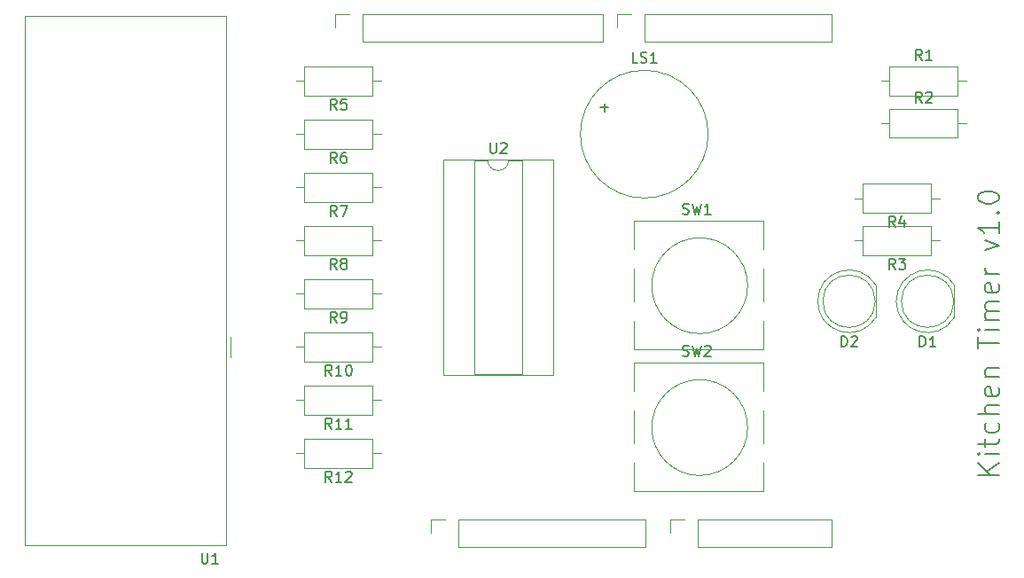
<source format=gbr>
%TF.GenerationSoftware,KiCad,Pcbnew,(7.0.0)*%
%TF.CreationDate,2023-03-30T13:35:50-06:00*%
%TF.ProjectId,Phase_A_UnoShield,50686173-655f-4415-9f55-6e6f53686965,rev?*%
%TF.SameCoordinates,Original*%
%TF.FileFunction,Legend,Top*%
%TF.FilePolarity,Positive*%
%FSLAX46Y46*%
G04 Gerber Fmt 4.6, Leading zero omitted, Abs format (unit mm)*
G04 Created by KiCad (PCBNEW (7.0.0)) date 2023-03-30 13:35:50*
%MOMM*%
%LPD*%
G01*
G04 APERTURE LIST*
%ADD10C,0.150000*%
%ADD11C,0.120000*%
G04 APERTURE END LIST*
D10*
X180844761Y-91903809D02*
X178844761Y-91903809D01*
X180844761Y-90760952D02*
X179701904Y-91618095D01*
X178844761Y-90760952D02*
X179987619Y-91903809D01*
X180844761Y-89903809D02*
X179511428Y-89903809D01*
X178844761Y-89903809D02*
X178940000Y-89999047D01*
X178940000Y-89999047D02*
X179035238Y-89903809D01*
X179035238Y-89903809D02*
X178940000Y-89808571D01*
X178940000Y-89808571D02*
X178844761Y-89903809D01*
X178844761Y-89903809D02*
X179035238Y-89903809D01*
X179511428Y-89237142D02*
X179511428Y-88475238D01*
X178844761Y-88951428D02*
X180559047Y-88951428D01*
X180559047Y-88951428D02*
X180749523Y-88856190D01*
X180749523Y-88856190D02*
X180844761Y-88665714D01*
X180844761Y-88665714D02*
X180844761Y-88475238D01*
X180749523Y-86951428D02*
X180844761Y-87141904D01*
X180844761Y-87141904D02*
X180844761Y-87522857D01*
X180844761Y-87522857D02*
X180749523Y-87713333D01*
X180749523Y-87713333D02*
X180654285Y-87808571D01*
X180654285Y-87808571D02*
X180463809Y-87903809D01*
X180463809Y-87903809D02*
X179892380Y-87903809D01*
X179892380Y-87903809D02*
X179701904Y-87808571D01*
X179701904Y-87808571D02*
X179606666Y-87713333D01*
X179606666Y-87713333D02*
X179511428Y-87522857D01*
X179511428Y-87522857D02*
X179511428Y-87141904D01*
X179511428Y-87141904D02*
X179606666Y-86951428D01*
X180844761Y-86094285D02*
X178844761Y-86094285D01*
X180844761Y-85237142D02*
X179797142Y-85237142D01*
X179797142Y-85237142D02*
X179606666Y-85332380D01*
X179606666Y-85332380D02*
X179511428Y-85522856D01*
X179511428Y-85522856D02*
X179511428Y-85808571D01*
X179511428Y-85808571D02*
X179606666Y-85999047D01*
X179606666Y-85999047D02*
X179701904Y-86094285D01*
X180749523Y-83522856D02*
X180844761Y-83713332D01*
X180844761Y-83713332D02*
X180844761Y-84094285D01*
X180844761Y-84094285D02*
X180749523Y-84284761D01*
X180749523Y-84284761D02*
X180559047Y-84379999D01*
X180559047Y-84379999D02*
X179797142Y-84379999D01*
X179797142Y-84379999D02*
X179606666Y-84284761D01*
X179606666Y-84284761D02*
X179511428Y-84094285D01*
X179511428Y-84094285D02*
X179511428Y-83713332D01*
X179511428Y-83713332D02*
X179606666Y-83522856D01*
X179606666Y-83522856D02*
X179797142Y-83427618D01*
X179797142Y-83427618D02*
X179987619Y-83427618D01*
X179987619Y-83427618D02*
X180178095Y-84379999D01*
X179511428Y-82570475D02*
X180844761Y-82570475D01*
X179701904Y-82570475D02*
X179606666Y-82475237D01*
X179606666Y-82475237D02*
X179511428Y-82284761D01*
X179511428Y-82284761D02*
X179511428Y-81999046D01*
X179511428Y-81999046D02*
X179606666Y-81808570D01*
X179606666Y-81808570D02*
X179797142Y-81713332D01*
X179797142Y-81713332D02*
X180844761Y-81713332D01*
X178844761Y-79846665D02*
X178844761Y-78703808D01*
X180844761Y-79275237D02*
X178844761Y-79275237D01*
X180844761Y-78037141D02*
X179511428Y-78037141D01*
X178844761Y-78037141D02*
X178940000Y-78132379D01*
X178940000Y-78132379D02*
X179035238Y-78037141D01*
X179035238Y-78037141D02*
X178940000Y-77941903D01*
X178940000Y-77941903D02*
X178844761Y-78037141D01*
X178844761Y-78037141D02*
X179035238Y-78037141D01*
X180844761Y-77084760D02*
X179511428Y-77084760D01*
X179701904Y-77084760D02*
X179606666Y-76989522D01*
X179606666Y-76989522D02*
X179511428Y-76799046D01*
X179511428Y-76799046D02*
X179511428Y-76513331D01*
X179511428Y-76513331D02*
X179606666Y-76322855D01*
X179606666Y-76322855D02*
X179797142Y-76227617D01*
X179797142Y-76227617D02*
X180844761Y-76227617D01*
X179797142Y-76227617D02*
X179606666Y-76132379D01*
X179606666Y-76132379D02*
X179511428Y-75941903D01*
X179511428Y-75941903D02*
X179511428Y-75656189D01*
X179511428Y-75656189D02*
X179606666Y-75465712D01*
X179606666Y-75465712D02*
X179797142Y-75370474D01*
X179797142Y-75370474D02*
X180844761Y-75370474D01*
X180749523Y-73656188D02*
X180844761Y-73846664D01*
X180844761Y-73846664D02*
X180844761Y-74227617D01*
X180844761Y-74227617D02*
X180749523Y-74418093D01*
X180749523Y-74418093D02*
X180559047Y-74513331D01*
X180559047Y-74513331D02*
X179797142Y-74513331D01*
X179797142Y-74513331D02*
X179606666Y-74418093D01*
X179606666Y-74418093D02*
X179511428Y-74227617D01*
X179511428Y-74227617D02*
X179511428Y-73846664D01*
X179511428Y-73846664D02*
X179606666Y-73656188D01*
X179606666Y-73656188D02*
X179797142Y-73560950D01*
X179797142Y-73560950D02*
X179987619Y-73560950D01*
X179987619Y-73560950D02*
X180178095Y-74513331D01*
X180844761Y-72703807D02*
X179511428Y-72703807D01*
X179892380Y-72703807D02*
X179701904Y-72608569D01*
X179701904Y-72608569D02*
X179606666Y-72513331D01*
X179606666Y-72513331D02*
X179511428Y-72322855D01*
X179511428Y-72322855D02*
X179511428Y-72132378D01*
X179511428Y-70456188D02*
X180844761Y-69979998D01*
X180844761Y-69979998D02*
X179511428Y-69503807D01*
X180844761Y-67694283D02*
X180844761Y-68837140D01*
X180844761Y-68265712D02*
X178844761Y-68265712D01*
X178844761Y-68265712D02*
X179130476Y-68456188D01*
X179130476Y-68456188D02*
X179320952Y-68646664D01*
X179320952Y-68646664D02*
X179416190Y-68837140D01*
X180654285Y-66837140D02*
X180749523Y-66741902D01*
X180749523Y-66741902D02*
X180844761Y-66837140D01*
X180844761Y-66837140D02*
X180749523Y-66932378D01*
X180749523Y-66932378D02*
X180654285Y-66837140D01*
X180654285Y-66837140D02*
X180844761Y-66837140D01*
X178844761Y-65503807D02*
X178844761Y-65313330D01*
X178844761Y-65313330D02*
X178940000Y-65122854D01*
X178940000Y-65122854D02*
X179035238Y-65027616D01*
X179035238Y-65027616D02*
X179225714Y-64932378D01*
X179225714Y-64932378D02*
X179606666Y-64837140D01*
X179606666Y-64837140D02*
X180082857Y-64837140D01*
X180082857Y-64837140D02*
X180463809Y-64932378D01*
X180463809Y-64932378D02*
X180654285Y-65027616D01*
X180654285Y-65027616D02*
X180749523Y-65122854D01*
X180749523Y-65122854D02*
X180844761Y-65313330D01*
X180844761Y-65313330D02*
X180844761Y-65503807D01*
X180844761Y-65503807D02*
X180749523Y-65694283D01*
X180749523Y-65694283D02*
X180654285Y-65789521D01*
X180654285Y-65789521D02*
X180463809Y-65884759D01*
X180463809Y-65884759D02*
X180082857Y-65979997D01*
X180082857Y-65979997D02*
X179606666Y-65979997D01*
X179606666Y-65979997D02*
X179225714Y-65884759D01*
X179225714Y-65884759D02*
X179035238Y-65789521D01*
X179035238Y-65789521D02*
X178940000Y-65694283D01*
X178940000Y-65694283D02*
X178844761Y-65503807D01*
%TO.C,D2*%
X165791905Y-79647380D02*
X165791905Y-78647380D01*
X165791905Y-78647380D02*
X166030000Y-78647380D01*
X166030000Y-78647380D02*
X166172857Y-78695000D01*
X166172857Y-78695000D02*
X166268095Y-78790238D01*
X166268095Y-78790238D02*
X166315714Y-78885476D01*
X166315714Y-78885476D02*
X166363333Y-79075952D01*
X166363333Y-79075952D02*
X166363333Y-79218809D01*
X166363333Y-79218809D02*
X166315714Y-79409285D01*
X166315714Y-79409285D02*
X166268095Y-79504523D01*
X166268095Y-79504523D02*
X166172857Y-79599761D01*
X166172857Y-79599761D02*
X166030000Y-79647380D01*
X166030000Y-79647380D02*
X165791905Y-79647380D01*
X166744286Y-78742619D02*
X166791905Y-78695000D01*
X166791905Y-78695000D02*
X166887143Y-78647380D01*
X166887143Y-78647380D02*
X167125238Y-78647380D01*
X167125238Y-78647380D02*
X167220476Y-78695000D01*
X167220476Y-78695000D02*
X167268095Y-78742619D01*
X167268095Y-78742619D02*
X167315714Y-78837857D01*
X167315714Y-78837857D02*
X167315714Y-78933095D01*
X167315714Y-78933095D02*
X167268095Y-79075952D01*
X167268095Y-79075952D02*
X166696667Y-79647380D01*
X166696667Y-79647380D02*
X167315714Y-79647380D01*
%TO.C,U2*%
X132268095Y-60197380D02*
X132268095Y-61006904D01*
X132268095Y-61006904D02*
X132315714Y-61102142D01*
X132315714Y-61102142D02*
X132363333Y-61149761D01*
X132363333Y-61149761D02*
X132458571Y-61197380D01*
X132458571Y-61197380D02*
X132649047Y-61197380D01*
X132649047Y-61197380D02*
X132744285Y-61149761D01*
X132744285Y-61149761D02*
X132791904Y-61102142D01*
X132791904Y-61102142D02*
X132839523Y-61006904D01*
X132839523Y-61006904D02*
X132839523Y-60197380D01*
X133268095Y-60292619D02*
X133315714Y-60245000D01*
X133315714Y-60245000D02*
X133410952Y-60197380D01*
X133410952Y-60197380D02*
X133649047Y-60197380D01*
X133649047Y-60197380D02*
X133744285Y-60245000D01*
X133744285Y-60245000D02*
X133791904Y-60292619D01*
X133791904Y-60292619D02*
X133839523Y-60387857D01*
X133839523Y-60387857D02*
X133839523Y-60483095D01*
X133839523Y-60483095D02*
X133791904Y-60625952D01*
X133791904Y-60625952D02*
X133220476Y-61197380D01*
X133220476Y-61197380D02*
X133839523Y-61197380D01*
%TO.C,R8*%
X117613333Y-72257380D02*
X117280000Y-71781190D01*
X117041905Y-72257380D02*
X117041905Y-71257380D01*
X117041905Y-71257380D02*
X117422857Y-71257380D01*
X117422857Y-71257380D02*
X117518095Y-71305000D01*
X117518095Y-71305000D02*
X117565714Y-71352619D01*
X117565714Y-71352619D02*
X117613333Y-71447857D01*
X117613333Y-71447857D02*
X117613333Y-71590714D01*
X117613333Y-71590714D02*
X117565714Y-71685952D01*
X117565714Y-71685952D02*
X117518095Y-71733571D01*
X117518095Y-71733571D02*
X117422857Y-71781190D01*
X117422857Y-71781190D02*
X117041905Y-71781190D01*
X118184762Y-71685952D02*
X118089524Y-71638333D01*
X118089524Y-71638333D02*
X118041905Y-71590714D01*
X118041905Y-71590714D02*
X117994286Y-71495476D01*
X117994286Y-71495476D02*
X117994286Y-71447857D01*
X117994286Y-71447857D02*
X118041905Y-71352619D01*
X118041905Y-71352619D02*
X118089524Y-71305000D01*
X118089524Y-71305000D02*
X118184762Y-71257380D01*
X118184762Y-71257380D02*
X118375238Y-71257380D01*
X118375238Y-71257380D02*
X118470476Y-71305000D01*
X118470476Y-71305000D02*
X118518095Y-71352619D01*
X118518095Y-71352619D02*
X118565714Y-71447857D01*
X118565714Y-71447857D02*
X118565714Y-71495476D01*
X118565714Y-71495476D02*
X118518095Y-71590714D01*
X118518095Y-71590714D02*
X118470476Y-71638333D01*
X118470476Y-71638333D02*
X118375238Y-71685952D01*
X118375238Y-71685952D02*
X118184762Y-71685952D01*
X118184762Y-71685952D02*
X118089524Y-71733571D01*
X118089524Y-71733571D02*
X118041905Y-71781190D01*
X118041905Y-71781190D02*
X117994286Y-71876428D01*
X117994286Y-71876428D02*
X117994286Y-72066904D01*
X117994286Y-72066904D02*
X118041905Y-72162142D01*
X118041905Y-72162142D02*
X118089524Y-72209761D01*
X118089524Y-72209761D02*
X118184762Y-72257380D01*
X118184762Y-72257380D02*
X118375238Y-72257380D01*
X118375238Y-72257380D02*
X118470476Y-72209761D01*
X118470476Y-72209761D02*
X118518095Y-72162142D01*
X118518095Y-72162142D02*
X118565714Y-72066904D01*
X118565714Y-72066904D02*
X118565714Y-71876428D01*
X118565714Y-71876428D02*
X118518095Y-71781190D01*
X118518095Y-71781190D02*
X118470476Y-71733571D01*
X118470476Y-71733571D02*
X118375238Y-71685952D01*
%TO.C,R5*%
X117613333Y-57017380D02*
X117280000Y-56541190D01*
X117041905Y-57017380D02*
X117041905Y-56017380D01*
X117041905Y-56017380D02*
X117422857Y-56017380D01*
X117422857Y-56017380D02*
X117518095Y-56065000D01*
X117518095Y-56065000D02*
X117565714Y-56112619D01*
X117565714Y-56112619D02*
X117613333Y-56207857D01*
X117613333Y-56207857D02*
X117613333Y-56350714D01*
X117613333Y-56350714D02*
X117565714Y-56445952D01*
X117565714Y-56445952D02*
X117518095Y-56493571D01*
X117518095Y-56493571D02*
X117422857Y-56541190D01*
X117422857Y-56541190D02*
X117041905Y-56541190D01*
X118518095Y-56017380D02*
X118041905Y-56017380D01*
X118041905Y-56017380D02*
X117994286Y-56493571D01*
X117994286Y-56493571D02*
X118041905Y-56445952D01*
X118041905Y-56445952D02*
X118137143Y-56398333D01*
X118137143Y-56398333D02*
X118375238Y-56398333D01*
X118375238Y-56398333D02*
X118470476Y-56445952D01*
X118470476Y-56445952D02*
X118518095Y-56493571D01*
X118518095Y-56493571D02*
X118565714Y-56588809D01*
X118565714Y-56588809D02*
X118565714Y-56826904D01*
X118565714Y-56826904D02*
X118518095Y-56922142D01*
X118518095Y-56922142D02*
X118470476Y-56969761D01*
X118470476Y-56969761D02*
X118375238Y-57017380D01*
X118375238Y-57017380D02*
X118137143Y-57017380D01*
X118137143Y-57017380D02*
X118041905Y-56969761D01*
X118041905Y-56969761D02*
X117994286Y-56922142D01*
%TO.C,D1*%
X173291905Y-79647380D02*
X173291905Y-78647380D01*
X173291905Y-78647380D02*
X173530000Y-78647380D01*
X173530000Y-78647380D02*
X173672857Y-78695000D01*
X173672857Y-78695000D02*
X173768095Y-78790238D01*
X173768095Y-78790238D02*
X173815714Y-78885476D01*
X173815714Y-78885476D02*
X173863333Y-79075952D01*
X173863333Y-79075952D02*
X173863333Y-79218809D01*
X173863333Y-79218809D02*
X173815714Y-79409285D01*
X173815714Y-79409285D02*
X173768095Y-79504523D01*
X173768095Y-79504523D02*
X173672857Y-79599761D01*
X173672857Y-79599761D02*
X173530000Y-79647380D01*
X173530000Y-79647380D02*
X173291905Y-79647380D01*
X174815714Y-79647380D02*
X174244286Y-79647380D01*
X174530000Y-79647380D02*
X174530000Y-78647380D01*
X174530000Y-78647380D02*
X174434762Y-78790238D01*
X174434762Y-78790238D02*
X174339524Y-78885476D01*
X174339524Y-78885476D02*
X174244286Y-78933095D01*
%TO.C,R1*%
X173493333Y-52277380D02*
X173160000Y-51801190D01*
X172921905Y-52277380D02*
X172921905Y-51277380D01*
X172921905Y-51277380D02*
X173302857Y-51277380D01*
X173302857Y-51277380D02*
X173398095Y-51325000D01*
X173398095Y-51325000D02*
X173445714Y-51372619D01*
X173445714Y-51372619D02*
X173493333Y-51467857D01*
X173493333Y-51467857D02*
X173493333Y-51610714D01*
X173493333Y-51610714D02*
X173445714Y-51705952D01*
X173445714Y-51705952D02*
X173398095Y-51753571D01*
X173398095Y-51753571D02*
X173302857Y-51801190D01*
X173302857Y-51801190D02*
X172921905Y-51801190D01*
X174445714Y-52277380D02*
X173874286Y-52277380D01*
X174160000Y-52277380D02*
X174160000Y-51277380D01*
X174160000Y-51277380D02*
X174064762Y-51420238D01*
X174064762Y-51420238D02*
X173969524Y-51515476D01*
X173969524Y-51515476D02*
X173874286Y-51563095D01*
%TO.C,LS1*%
X146337142Y-52527380D02*
X145860952Y-52527380D01*
X145860952Y-52527380D02*
X145860952Y-51527380D01*
X146622857Y-52479761D02*
X146765714Y-52527380D01*
X146765714Y-52527380D02*
X147003809Y-52527380D01*
X147003809Y-52527380D02*
X147099047Y-52479761D01*
X147099047Y-52479761D02*
X147146666Y-52432142D01*
X147146666Y-52432142D02*
X147194285Y-52336904D01*
X147194285Y-52336904D02*
X147194285Y-52241666D01*
X147194285Y-52241666D02*
X147146666Y-52146428D01*
X147146666Y-52146428D02*
X147099047Y-52098809D01*
X147099047Y-52098809D02*
X147003809Y-52051190D01*
X147003809Y-52051190D02*
X146813333Y-52003571D01*
X146813333Y-52003571D02*
X146718095Y-51955952D01*
X146718095Y-51955952D02*
X146670476Y-51908333D01*
X146670476Y-51908333D02*
X146622857Y-51813095D01*
X146622857Y-51813095D02*
X146622857Y-51717857D01*
X146622857Y-51717857D02*
X146670476Y-51622619D01*
X146670476Y-51622619D02*
X146718095Y-51575000D01*
X146718095Y-51575000D02*
X146813333Y-51527380D01*
X146813333Y-51527380D02*
X147051428Y-51527380D01*
X147051428Y-51527380D02*
X147194285Y-51575000D01*
X148146666Y-52527380D02*
X147575238Y-52527380D01*
X147860952Y-52527380D02*
X147860952Y-51527380D01*
X147860952Y-51527380D02*
X147765714Y-51670238D01*
X147765714Y-51670238D02*
X147670476Y-51765476D01*
X147670476Y-51765476D02*
X147575238Y-51813095D01*
X142789048Y-56806428D02*
X143550953Y-56806428D01*
X143170000Y-57187380D02*
X143170000Y-56425476D01*
%TO.C,R2*%
X173493333Y-56327380D02*
X173160000Y-55851190D01*
X172921905Y-56327380D02*
X172921905Y-55327380D01*
X172921905Y-55327380D02*
X173302857Y-55327380D01*
X173302857Y-55327380D02*
X173398095Y-55375000D01*
X173398095Y-55375000D02*
X173445714Y-55422619D01*
X173445714Y-55422619D02*
X173493333Y-55517857D01*
X173493333Y-55517857D02*
X173493333Y-55660714D01*
X173493333Y-55660714D02*
X173445714Y-55755952D01*
X173445714Y-55755952D02*
X173398095Y-55803571D01*
X173398095Y-55803571D02*
X173302857Y-55851190D01*
X173302857Y-55851190D02*
X172921905Y-55851190D01*
X173874286Y-55422619D02*
X173921905Y-55375000D01*
X173921905Y-55375000D02*
X174017143Y-55327380D01*
X174017143Y-55327380D02*
X174255238Y-55327380D01*
X174255238Y-55327380D02*
X174350476Y-55375000D01*
X174350476Y-55375000D02*
X174398095Y-55422619D01*
X174398095Y-55422619D02*
X174445714Y-55517857D01*
X174445714Y-55517857D02*
X174445714Y-55613095D01*
X174445714Y-55613095D02*
X174398095Y-55755952D01*
X174398095Y-55755952D02*
X173826667Y-56327380D01*
X173826667Y-56327380D02*
X174445714Y-56327380D01*
%TO.C,SW1*%
X150666667Y-66949761D02*
X150809524Y-66997380D01*
X150809524Y-66997380D02*
X151047619Y-66997380D01*
X151047619Y-66997380D02*
X151142857Y-66949761D01*
X151142857Y-66949761D02*
X151190476Y-66902142D01*
X151190476Y-66902142D02*
X151238095Y-66806904D01*
X151238095Y-66806904D02*
X151238095Y-66711666D01*
X151238095Y-66711666D02*
X151190476Y-66616428D01*
X151190476Y-66616428D02*
X151142857Y-66568809D01*
X151142857Y-66568809D02*
X151047619Y-66521190D01*
X151047619Y-66521190D02*
X150857143Y-66473571D01*
X150857143Y-66473571D02*
X150761905Y-66425952D01*
X150761905Y-66425952D02*
X150714286Y-66378333D01*
X150714286Y-66378333D02*
X150666667Y-66283095D01*
X150666667Y-66283095D02*
X150666667Y-66187857D01*
X150666667Y-66187857D02*
X150714286Y-66092619D01*
X150714286Y-66092619D02*
X150761905Y-66045000D01*
X150761905Y-66045000D02*
X150857143Y-65997380D01*
X150857143Y-65997380D02*
X151095238Y-65997380D01*
X151095238Y-65997380D02*
X151238095Y-66045000D01*
X151571429Y-65997380D02*
X151809524Y-66997380D01*
X151809524Y-66997380D02*
X152000000Y-66283095D01*
X152000000Y-66283095D02*
X152190476Y-66997380D01*
X152190476Y-66997380D02*
X152428572Y-65997380D01*
X153333333Y-66997380D02*
X152761905Y-66997380D01*
X153047619Y-66997380D02*
X153047619Y-65997380D01*
X153047619Y-65997380D02*
X152952381Y-66140238D01*
X152952381Y-66140238D02*
X152857143Y-66235476D01*
X152857143Y-66235476D02*
X152761905Y-66283095D01*
%TO.C,SW2*%
X150666667Y-80499761D02*
X150809524Y-80547380D01*
X150809524Y-80547380D02*
X151047619Y-80547380D01*
X151047619Y-80547380D02*
X151142857Y-80499761D01*
X151142857Y-80499761D02*
X151190476Y-80452142D01*
X151190476Y-80452142D02*
X151238095Y-80356904D01*
X151238095Y-80356904D02*
X151238095Y-80261666D01*
X151238095Y-80261666D02*
X151190476Y-80166428D01*
X151190476Y-80166428D02*
X151142857Y-80118809D01*
X151142857Y-80118809D02*
X151047619Y-80071190D01*
X151047619Y-80071190D02*
X150857143Y-80023571D01*
X150857143Y-80023571D02*
X150761905Y-79975952D01*
X150761905Y-79975952D02*
X150714286Y-79928333D01*
X150714286Y-79928333D02*
X150666667Y-79833095D01*
X150666667Y-79833095D02*
X150666667Y-79737857D01*
X150666667Y-79737857D02*
X150714286Y-79642619D01*
X150714286Y-79642619D02*
X150761905Y-79595000D01*
X150761905Y-79595000D02*
X150857143Y-79547380D01*
X150857143Y-79547380D02*
X151095238Y-79547380D01*
X151095238Y-79547380D02*
X151238095Y-79595000D01*
X151571429Y-79547380D02*
X151809524Y-80547380D01*
X151809524Y-80547380D02*
X152000000Y-79833095D01*
X152000000Y-79833095D02*
X152190476Y-80547380D01*
X152190476Y-80547380D02*
X152428572Y-79547380D01*
X152761905Y-79642619D02*
X152809524Y-79595000D01*
X152809524Y-79595000D02*
X152904762Y-79547380D01*
X152904762Y-79547380D02*
X153142857Y-79547380D01*
X153142857Y-79547380D02*
X153238095Y-79595000D01*
X153238095Y-79595000D02*
X153285714Y-79642619D01*
X153285714Y-79642619D02*
X153333333Y-79737857D01*
X153333333Y-79737857D02*
X153333333Y-79833095D01*
X153333333Y-79833095D02*
X153285714Y-79975952D01*
X153285714Y-79975952D02*
X152714286Y-80547380D01*
X152714286Y-80547380D02*
X153333333Y-80547380D01*
%TO.C,U1*%
X104718095Y-99357380D02*
X104718095Y-100166904D01*
X104718095Y-100166904D02*
X104765714Y-100262142D01*
X104765714Y-100262142D02*
X104813333Y-100309761D01*
X104813333Y-100309761D02*
X104908571Y-100357380D01*
X104908571Y-100357380D02*
X105099047Y-100357380D01*
X105099047Y-100357380D02*
X105194285Y-100309761D01*
X105194285Y-100309761D02*
X105241904Y-100262142D01*
X105241904Y-100262142D02*
X105289523Y-100166904D01*
X105289523Y-100166904D02*
X105289523Y-99357380D01*
X106289523Y-100357380D02*
X105718095Y-100357380D01*
X106003809Y-100357380D02*
X106003809Y-99357380D01*
X106003809Y-99357380D02*
X105908571Y-99500238D01*
X105908571Y-99500238D02*
X105813333Y-99595476D01*
X105813333Y-99595476D02*
X105718095Y-99643095D01*
%TO.C,R12*%
X117137142Y-92577380D02*
X116803809Y-92101190D01*
X116565714Y-92577380D02*
X116565714Y-91577380D01*
X116565714Y-91577380D02*
X116946666Y-91577380D01*
X116946666Y-91577380D02*
X117041904Y-91625000D01*
X117041904Y-91625000D02*
X117089523Y-91672619D01*
X117089523Y-91672619D02*
X117137142Y-91767857D01*
X117137142Y-91767857D02*
X117137142Y-91910714D01*
X117137142Y-91910714D02*
X117089523Y-92005952D01*
X117089523Y-92005952D02*
X117041904Y-92053571D01*
X117041904Y-92053571D02*
X116946666Y-92101190D01*
X116946666Y-92101190D02*
X116565714Y-92101190D01*
X118089523Y-92577380D02*
X117518095Y-92577380D01*
X117803809Y-92577380D02*
X117803809Y-91577380D01*
X117803809Y-91577380D02*
X117708571Y-91720238D01*
X117708571Y-91720238D02*
X117613333Y-91815476D01*
X117613333Y-91815476D02*
X117518095Y-91863095D01*
X118470476Y-91672619D02*
X118518095Y-91625000D01*
X118518095Y-91625000D02*
X118613333Y-91577380D01*
X118613333Y-91577380D02*
X118851428Y-91577380D01*
X118851428Y-91577380D02*
X118946666Y-91625000D01*
X118946666Y-91625000D02*
X118994285Y-91672619D01*
X118994285Y-91672619D02*
X119041904Y-91767857D01*
X119041904Y-91767857D02*
X119041904Y-91863095D01*
X119041904Y-91863095D02*
X118994285Y-92005952D01*
X118994285Y-92005952D02*
X118422857Y-92577380D01*
X118422857Y-92577380D02*
X119041904Y-92577380D01*
%TO.C,R10*%
X117137142Y-82417380D02*
X116803809Y-81941190D01*
X116565714Y-82417380D02*
X116565714Y-81417380D01*
X116565714Y-81417380D02*
X116946666Y-81417380D01*
X116946666Y-81417380D02*
X117041904Y-81465000D01*
X117041904Y-81465000D02*
X117089523Y-81512619D01*
X117089523Y-81512619D02*
X117137142Y-81607857D01*
X117137142Y-81607857D02*
X117137142Y-81750714D01*
X117137142Y-81750714D02*
X117089523Y-81845952D01*
X117089523Y-81845952D02*
X117041904Y-81893571D01*
X117041904Y-81893571D02*
X116946666Y-81941190D01*
X116946666Y-81941190D02*
X116565714Y-81941190D01*
X118089523Y-82417380D02*
X117518095Y-82417380D01*
X117803809Y-82417380D02*
X117803809Y-81417380D01*
X117803809Y-81417380D02*
X117708571Y-81560238D01*
X117708571Y-81560238D02*
X117613333Y-81655476D01*
X117613333Y-81655476D02*
X117518095Y-81703095D01*
X118708571Y-81417380D02*
X118803809Y-81417380D01*
X118803809Y-81417380D02*
X118899047Y-81465000D01*
X118899047Y-81465000D02*
X118946666Y-81512619D01*
X118946666Y-81512619D02*
X118994285Y-81607857D01*
X118994285Y-81607857D02*
X119041904Y-81798333D01*
X119041904Y-81798333D02*
X119041904Y-82036428D01*
X119041904Y-82036428D02*
X118994285Y-82226904D01*
X118994285Y-82226904D02*
X118946666Y-82322142D01*
X118946666Y-82322142D02*
X118899047Y-82369761D01*
X118899047Y-82369761D02*
X118803809Y-82417380D01*
X118803809Y-82417380D02*
X118708571Y-82417380D01*
X118708571Y-82417380D02*
X118613333Y-82369761D01*
X118613333Y-82369761D02*
X118565714Y-82322142D01*
X118565714Y-82322142D02*
X118518095Y-82226904D01*
X118518095Y-82226904D02*
X118470476Y-82036428D01*
X118470476Y-82036428D02*
X118470476Y-81798333D01*
X118470476Y-81798333D02*
X118518095Y-81607857D01*
X118518095Y-81607857D02*
X118565714Y-81512619D01*
X118565714Y-81512619D02*
X118613333Y-81465000D01*
X118613333Y-81465000D02*
X118708571Y-81417380D01*
%TO.C,R9*%
X117613333Y-77337380D02*
X117280000Y-76861190D01*
X117041905Y-77337380D02*
X117041905Y-76337380D01*
X117041905Y-76337380D02*
X117422857Y-76337380D01*
X117422857Y-76337380D02*
X117518095Y-76385000D01*
X117518095Y-76385000D02*
X117565714Y-76432619D01*
X117565714Y-76432619D02*
X117613333Y-76527857D01*
X117613333Y-76527857D02*
X117613333Y-76670714D01*
X117613333Y-76670714D02*
X117565714Y-76765952D01*
X117565714Y-76765952D02*
X117518095Y-76813571D01*
X117518095Y-76813571D02*
X117422857Y-76861190D01*
X117422857Y-76861190D02*
X117041905Y-76861190D01*
X118089524Y-77337380D02*
X118280000Y-77337380D01*
X118280000Y-77337380D02*
X118375238Y-77289761D01*
X118375238Y-77289761D02*
X118422857Y-77242142D01*
X118422857Y-77242142D02*
X118518095Y-77099285D01*
X118518095Y-77099285D02*
X118565714Y-76908809D01*
X118565714Y-76908809D02*
X118565714Y-76527857D01*
X118565714Y-76527857D02*
X118518095Y-76432619D01*
X118518095Y-76432619D02*
X118470476Y-76385000D01*
X118470476Y-76385000D02*
X118375238Y-76337380D01*
X118375238Y-76337380D02*
X118184762Y-76337380D01*
X118184762Y-76337380D02*
X118089524Y-76385000D01*
X118089524Y-76385000D02*
X118041905Y-76432619D01*
X118041905Y-76432619D02*
X117994286Y-76527857D01*
X117994286Y-76527857D02*
X117994286Y-76765952D01*
X117994286Y-76765952D02*
X118041905Y-76861190D01*
X118041905Y-76861190D02*
X118089524Y-76908809D01*
X118089524Y-76908809D02*
X118184762Y-76956428D01*
X118184762Y-76956428D02*
X118375238Y-76956428D01*
X118375238Y-76956428D02*
X118470476Y-76908809D01*
X118470476Y-76908809D02*
X118518095Y-76861190D01*
X118518095Y-76861190D02*
X118565714Y-76765952D01*
%TO.C,R6*%
X117613333Y-62097380D02*
X117280000Y-61621190D01*
X117041905Y-62097380D02*
X117041905Y-61097380D01*
X117041905Y-61097380D02*
X117422857Y-61097380D01*
X117422857Y-61097380D02*
X117518095Y-61145000D01*
X117518095Y-61145000D02*
X117565714Y-61192619D01*
X117565714Y-61192619D02*
X117613333Y-61287857D01*
X117613333Y-61287857D02*
X117613333Y-61430714D01*
X117613333Y-61430714D02*
X117565714Y-61525952D01*
X117565714Y-61525952D02*
X117518095Y-61573571D01*
X117518095Y-61573571D02*
X117422857Y-61621190D01*
X117422857Y-61621190D02*
X117041905Y-61621190D01*
X118470476Y-61097380D02*
X118280000Y-61097380D01*
X118280000Y-61097380D02*
X118184762Y-61145000D01*
X118184762Y-61145000D02*
X118137143Y-61192619D01*
X118137143Y-61192619D02*
X118041905Y-61335476D01*
X118041905Y-61335476D02*
X117994286Y-61525952D01*
X117994286Y-61525952D02*
X117994286Y-61906904D01*
X117994286Y-61906904D02*
X118041905Y-62002142D01*
X118041905Y-62002142D02*
X118089524Y-62049761D01*
X118089524Y-62049761D02*
X118184762Y-62097380D01*
X118184762Y-62097380D02*
X118375238Y-62097380D01*
X118375238Y-62097380D02*
X118470476Y-62049761D01*
X118470476Y-62049761D02*
X118518095Y-62002142D01*
X118518095Y-62002142D02*
X118565714Y-61906904D01*
X118565714Y-61906904D02*
X118565714Y-61668809D01*
X118565714Y-61668809D02*
X118518095Y-61573571D01*
X118518095Y-61573571D02*
X118470476Y-61525952D01*
X118470476Y-61525952D02*
X118375238Y-61478333D01*
X118375238Y-61478333D02*
X118184762Y-61478333D01*
X118184762Y-61478333D02*
X118089524Y-61525952D01*
X118089524Y-61525952D02*
X118041905Y-61573571D01*
X118041905Y-61573571D02*
X117994286Y-61668809D01*
%TO.C,R3*%
X170953333Y-72257380D02*
X170620000Y-71781190D01*
X170381905Y-72257380D02*
X170381905Y-71257380D01*
X170381905Y-71257380D02*
X170762857Y-71257380D01*
X170762857Y-71257380D02*
X170858095Y-71305000D01*
X170858095Y-71305000D02*
X170905714Y-71352619D01*
X170905714Y-71352619D02*
X170953333Y-71447857D01*
X170953333Y-71447857D02*
X170953333Y-71590714D01*
X170953333Y-71590714D02*
X170905714Y-71685952D01*
X170905714Y-71685952D02*
X170858095Y-71733571D01*
X170858095Y-71733571D02*
X170762857Y-71781190D01*
X170762857Y-71781190D02*
X170381905Y-71781190D01*
X171286667Y-71257380D02*
X171905714Y-71257380D01*
X171905714Y-71257380D02*
X171572381Y-71638333D01*
X171572381Y-71638333D02*
X171715238Y-71638333D01*
X171715238Y-71638333D02*
X171810476Y-71685952D01*
X171810476Y-71685952D02*
X171858095Y-71733571D01*
X171858095Y-71733571D02*
X171905714Y-71828809D01*
X171905714Y-71828809D02*
X171905714Y-72066904D01*
X171905714Y-72066904D02*
X171858095Y-72162142D01*
X171858095Y-72162142D02*
X171810476Y-72209761D01*
X171810476Y-72209761D02*
X171715238Y-72257380D01*
X171715238Y-72257380D02*
X171429524Y-72257380D01*
X171429524Y-72257380D02*
X171334286Y-72209761D01*
X171334286Y-72209761D02*
X171286667Y-72162142D01*
%TO.C,R7*%
X117613333Y-67177380D02*
X117280000Y-66701190D01*
X117041905Y-67177380D02*
X117041905Y-66177380D01*
X117041905Y-66177380D02*
X117422857Y-66177380D01*
X117422857Y-66177380D02*
X117518095Y-66225000D01*
X117518095Y-66225000D02*
X117565714Y-66272619D01*
X117565714Y-66272619D02*
X117613333Y-66367857D01*
X117613333Y-66367857D02*
X117613333Y-66510714D01*
X117613333Y-66510714D02*
X117565714Y-66605952D01*
X117565714Y-66605952D02*
X117518095Y-66653571D01*
X117518095Y-66653571D02*
X117422857Y-66701190D01*
X117422857Y-66701190D02*
X117041905Y-66701190D01*
X117946667Y-66177380D02*
X118613333Y-66177380D01*
X118613333Y-66177380D02*
X118184762Y-67177380D01*
%TO.C,R11*%
X117137142Y-87497380D02*
X116803809Y-87021190D01*
X116565714Y-87497380D02*
X116565714Y-86497380D01*
X116565714Y-86497380D02*
X116946666Y-86497380D01*
X116946666Y-86497380D02*
X117041904Y-86545000D01*
X117041904Y-86545000D02*
X117089523Y-86592619D01*
X117089523Y-86592619D02*
X117137142Y-86687857D01*
X117137142Y-86687857D02*
X117137142Y-86830714D01*
X117137142Y-86830714D02*
X117089523Y-86925952D01*
X117089523Y-86925952D02*
X117041904Y-86973571D01*
X117041904Y-86973571D02*
X116946666Y-87021190D01*
X116946666Y-87021190D02*
X116565714Y-87021190D01*
X118089523Y-87497380D02*
X117518095Y-87497380D01*
X117803809Y-87497380D02*
X117803809Y-86497380D01*
X117803809Y-86497380D02*
X117708571Y-86640238D01*
X117708571Y-86640238D02*
X117613333Y-86735476D01*
X117613333Y-86735476D02*
X117518095Y-86783095D01*
X119041904Y-87497380D02*
X118470476Y-87497380D01*
X118756190Y-87497380D02*
X118756190Y-86497380D01*
X118756190Y-86497380D02*
X118660952Y-86640238D01*
X118660952Y-86640238D02*
X118565714Y-86735476D01*
X118565714Y-86735476D02*
X118470476Y-86783095D01*
%TO.C,R4*%
X170953333Y-68207380D02*
X170620000Y-67731190D01*
X170381905Y-68207380D02*
X170381905Y-67207380D01*
X170381905Y-67207380D02*
X170762857Y-67207380D01*
X170762857Y-67207380D02*
X170858095Y-67255000D01*
X170858095Y-67255000D02*
X170905714Y-67302619D01*
X170905714Y-67302619D02*
X170953333Y-67397857D01*
X170953333Y-67397857D02*
X170953333Y-67540714D01*
X170953333Y-67540714D02*
X170905714Y-67635952D01*
X170905714Y-67635952D02*
X170858095Y-67683571D01*
X170858095Y-67683571D02*
X170762857Y-67731190D01*
X170762857Y-67731190D02*
X170381905Y-67731190D01*
X171810476Y-67540714D02*
X171810476Y-68207380D01*
X171572381Y-67159761D02*
X171334286Y-67874047D01*
X171334286Y-67874047D02*
X171953333Y-67874047D01*
D11*
%TO.C,J1*%
X129210000Y-98790000D02*
X147050000Y-98790000D01*
X129210000Y-98790000D02*
X129210000Y-96130000D01*
X147050000Y-98790000D02*
X147050000Y-96130000D01*
X126610000Y-97460000D02*
X126610000Y-96130000D01*
X126610000Y-96130000D02*
X127940000Y-96130000D01*
X129210000Y-96130000D02*
X147050000Y-96130000D01*
%TO.C,J3*%
X152070000Y-98790000D02*
X164830000Y-98790000D01*
X152070000Y-98790000D02*
X152070000Y-96130000D01*
X164830000Y-98790000D02*
X164830000Y-96130000D01*
X149470000Y-97460000D02*
X149470000Y-96130000D01*
X149470000Y-96130000D02*
X150800000Y-96130000D01*
X152070000Y-96130000D02*
X164830000Y-96130000D01*
%TO.C,J2*%
X120066000Y-50530000D02*
X142986000Y-50530000D01*
X120066000Y-50530000D02*
X120066000Y-47870000D01*
X142986000Y-50530000D02*
X142986000Y-47870000D01*
X117466000Y-49200000D02*
X117466000Y-47870000D01*
X117466000Y-47870000D02*
X118796000Y-47870000D01*
X120066000Y-47870000D02*
X142986000Y-47870000D01*
%TO.C,J4*%
X146990000Y-50530000D02*
X164830000Y-50530000D01*
X146990000Y-50530000D02*
X146990000Y-47870000D01*
X164830000Y-50530000D02*
X164830000Y-47870000D01*
X144390000Y-49200000D02*
X144390000Y-47870000D01*
X144390000Y-47870000D02*
X145720000Y-47870000D01*
X146990000Y-47870000D02*
X164830000Y-47870000D01*
%TO.C,D2*%
X169090000Y-76865000D02*
X169090000Y-73775000D01*
X163540001Y-75319538D02*
G75*
G03*
X169089999Y-76864830I2989999J-462D01*
G01*
X169090000Y-73775170D02*
G75*
G03*
X163540000Y-75320462I-2560000J-1544830D01*
G01*
X169030000Y-75320000D02*
G75*
G03*
X169030000Y-75320000I-2500000J0D01*
G01*
%TO.C,U2*%
X127780000Y-61770000D02*
X127780000Y-82330000D01*
X127780000Y-82330000D02*
X138280000Y-82330000D01*
X130780000Y-61830000D02*
X130780000Y-82270000D01*
X130780000Y-82270000D02*
X135280000Y-82270000D01*
X132030000Y-61830000D02*
X130780000Y-61830000D01*
X135280000Y-61830000D02*
X134030000Y-61830000D01*
X135280000Y-82270000D02*
X135280000Y-61830000D01*
X138280000Y-61770000D02*
X127780000Y-61770000D01*
X138280000Y-82330000D02*
X138280000Y-61770000D01*
X132030000Y-61830000D02*
G75*
G03*
X134030000Y-61830000I1000000J0D01*
G01*
%TO.C,R8*%
X121820000Y-69520000D02*
X121050000Y-69520000D01*
X121050000Y-70890000D02*
X121050000Y-68150000D01*
X121050000Y-68150000D02*
X114510000Y-68150000D01*
X114510000Y-70890000D02*
X121050000Y-70890000D01*
X114510000Y-68150000D02*
X114510000Y-70890000D01*
X113740000Y-69520000D02*
X114510000Y-69520000D01*
%TO.C,R5*%
X121820000Y-54280000D02*
X121050000Y-54280000D01*
X121050000Y-55650000D02*
X121050000Y-52910000D01*
X121050000Y-52910000D02*
X114510000Y-52910000D01*
X114510000Y-55650000D02*
X121050000Y-55650000D01*
X114510000Y-52910000D02*
X114510000Y-55650000D01*
X113740000Y-54280000D02*
X114510000Y-54280000D01*
%TO.C,D1*%
X176590000Y-76865000D02*
X176590000Y-73775000D01*
X171040001Y-75319538D02*
G75*
G03*
X176589999Y-76864830I2989999J-462D01*
G01*
X176590000Y-73775170D02*
G75*
G03*
X171040000Y-75320462I-2560000J-1544830D01*
G01*
X176530000Y-75320000D02*
G75*
G03*
X176530000Y-75320000I-2500000J0D01*
G01*
%TO.C,R1*%
X177700000Y-54280000D02*
X176930000Y-54280000D01*
X176930000Y-55650000D02*
X176930000Y-52910000D01*
X176930000Y-52910000D02*
X170390000Y-52910000D01*
X170390000Y-55650000D02*
X176930000Y-55650000D01*
X170390000Y-52910000D02*
X170390000Y-55650000D01*
X169620000Y-54280000D02*
X170390000Y-54280000D01*
%TO.C,LS1*%
X153080000Y-59360000D02*
G75*
G03*
X153080000Y-59360000I-6100000J0D01*
G01*
%TO.C,R2*%
X177700000Y-58330000D02*
X176930000Y-58330000D01*
X176930000Y-59700000D02*
X176930000Y-56960000D01*
X176930000Y-56960000D02*
X170390000Y-56960000D01*
X170390000Y-59700000D02*
X176930000Y-59700000D01*
X170390000Y-56960000D02*
X170390000Y-59700000D01*
X169620000Y-58330000D02*
X170390000Y-58330000D01*
%TO.C,SW1*%
X156849050Y-73830000D02*
G75*
G03*
X156849050Y-73830000I-4579050J0D01*
G01*
X158320000Y-79940000D02*
X146020000Y-79940000D01*
X158320000Y-77220000D02*
X158320000Y-79940000D01*
X158320000Y-72220000D02*
X158320000Y-75360000D01*
X158320000Y-67640000D02*
X158320000Y-70360000D01*
X146020000Y-79940000D02*
X146020000Y-77220000D01*
X146020000Y-75360000D02*
X146020000Y-72220000D01*
X146020000Y-70360000D02*
X146020000Y-67640000D01*
X146020000Y-67640000D02*
X158320000Y-67640000D01*
%TO.C,SW2*%
X156849050Y-87380000D02*
G75*
G03*
X156849050Y-87380000I-4579050J0D01*
G01*
X158320000Y-93490000D02*
X146020000Y-93490000D01*
X158320000Y-90770000D02*
X158320000Y-93490000D01*
X158320000Y-85770000D02*
X158320000Y-88910000D01*
X158320000Y-81190000D02*
X158320000Y-83910000D01*
X146020000Y-93490000D02*
X146020000Y-90770000D01*
X146020000Y-88910000D02*
X146020000Y-85770000D01*
X146020000Y-83910000D02*
X146020000Y-81190000D01*
X146020000Y-81190000D02*
X158320000Y-81190000D01*
%TO.C,U1*%
X87840000Y-48060000D02*
X87840000Y-98600000D01*
X107080000Y-48060000D02*
X87840000Y-48060000D01*
X107080000Y-98600000D02*
X87840000Y-98600000D01*
X107080000Y-98600000D02*
X107080000Y-48060000D01*
X107460000Y-80680000D02*
X107460000Y-78680000D01*
%TO.C,R12*%
X121820000Y-89840000D02*
X121050000Y-89840000D01*
X121050000Y-91210000D02*
X121050000Y-88470000D01*
X121050000Y-88470000D02*
X114510000Y-88470000D01*
X114510000Y-91210000D02*
X121050000Y-91210000D01*
X114510000Y-88470000D02*
X114510000Y-91210000D01*
X113740000Y-89840000D02*
X114510000Y-89840000D01*
%TO.C,R10*%
X121820000Y-79680000D02*
X121050000Y-79680000D01*
X121050000Y-81050000D02*
X121050000Y-78310000D01*
X121050000Y-78310000D02*
X114510000Y-78310000D01*
X114510000Y-81050000D02*
X121050000Y-81050000D01*
X114510000Y-78310000D02*
X114510000Y-81050000D01*
X113740000Y-79680000D02*
X114510000Y-79680000D01*
%TO.C,R9*%
X121820000Y-74600000D02*
X121050000Y-74600000D01*
X121050000Y-75970000D02*
X121050000Y-73230000D01*
X121050000Y-73230000D02*
X114510000Y-73230000D01*
X114510000Y-75970000D02*
X121050000Y-75970000D01*
X114510000Y-73230000D02*
X114510000Y-75970000D01*
X113740000Y-74600000D02*
X114510000Y-74600000D01*
%TO.C,R6*%
X121820000Y-59360000D02*
X121050000Y-59360000D01*
X121050000Y-60730000D02*
X121050000Y-57990000D01*
X121050000Y-57990000D02*
X114510000Y-57990000D01*
X114510000Y-60730000D02*
X121050000Y-60730000D01*
X114510000Y-57990000D02*
X114510000Y-60730000D01*
X113740000Y-59360000D02*
X114510000Y-59360000D01*
%TO.C,R3*%
X175160000Y-69520000D02*
X174390000Y-69520000D01*
X174390000Y-70890000D02*
X174390000Y-68150000D01*
X174390000Y-68150000D02*
X167850000Y-68150000D01*
X167850000Y-70890000D02*
X174390000Y-70890000D01*
X167850000Y-68150000D02*
X167850000Y-70890000D01*
X167080000Y-69520000D02*
X167850000Y-69520000D01*
%TO.C,R7*%
X121820000Y-64440000D02*
X121050000Y-64440000D01*
X121050000Y-65810000D02*
X121050000Y-63070000D01*
X121050000Y-63070000D02*
X114510000Y-63070000D01*
X114510000Y-65810000D02*
X121050000Y-65810000D01*
X114510000Y-63070000D02*
X114510000Y-65810000D01*
X113740000Y-64440000D02*
X114510000Y-64440000D01*
%TO.C,R11*%
X121820000Y-84760000D02*
X121050000Y-84760000D01*
X121050000Y-86130000D02*
X121050000Y-83390000D01*
X121050000Y-83390000D02*
X114510000Y-83390000D01*
X114510000Y-86130000D02*
X121050000Y-86130000D01*
X114510000Y-83390000D02*
X114510000Y-86130000D01*
X113740000Y-84760000D02*
X114510000Y-84760000D01*
%TO.C,R4*%
X175160000Y-65470000D02*
X174390000Y-65470000D01*
X174390000Y-66840000D02*
X174390000Y-64100000D01*
X174390000Y-64100000D02*
X167850000Y-64100000D01*
X167850000Y-66840000D02*
X174390000Y-66840000D01*
X167850000Y-64100000D02*
X167850000Y-66840000D01*
X167080000Y-65470000D02*
X167850000Y-65470000D01*
%TD*%
M02*

</source>
